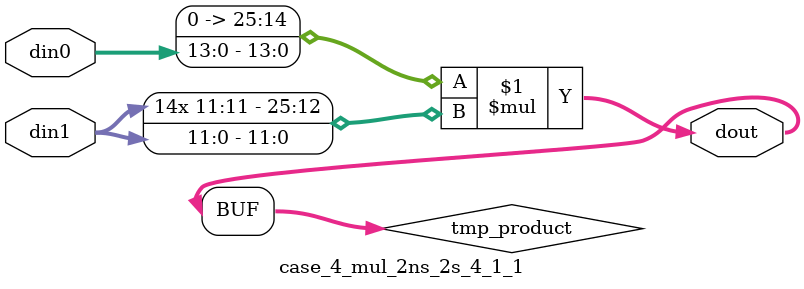
<source format=v>

`timescale 1 ns / 1 ps

 (* use_dsp = "no" *)  module case_4_mul_2ns_2s_4_1_1(din0, din1, dout);
parameter ID = 1;
parameter NUM_STAGE = 0;
parameter din0_WIDTH = 14;
parameter din1_WIDTH = 12;
parameter dout_WIDTH = 26;

input [din0_WIDTH - 1 : 0] din0; 
input [din1_WIDTH - 1 : 0] din1; 
output [dout_WIDTH - 1 : 0] dout;

wire signed [dout_WIDTH - 1 : 0] tmp_product;

























assign tmp_product = $signed({1'b0, din0}) * $signed(din1);










assign dout = tmp_product;





















endmodule

</source>
